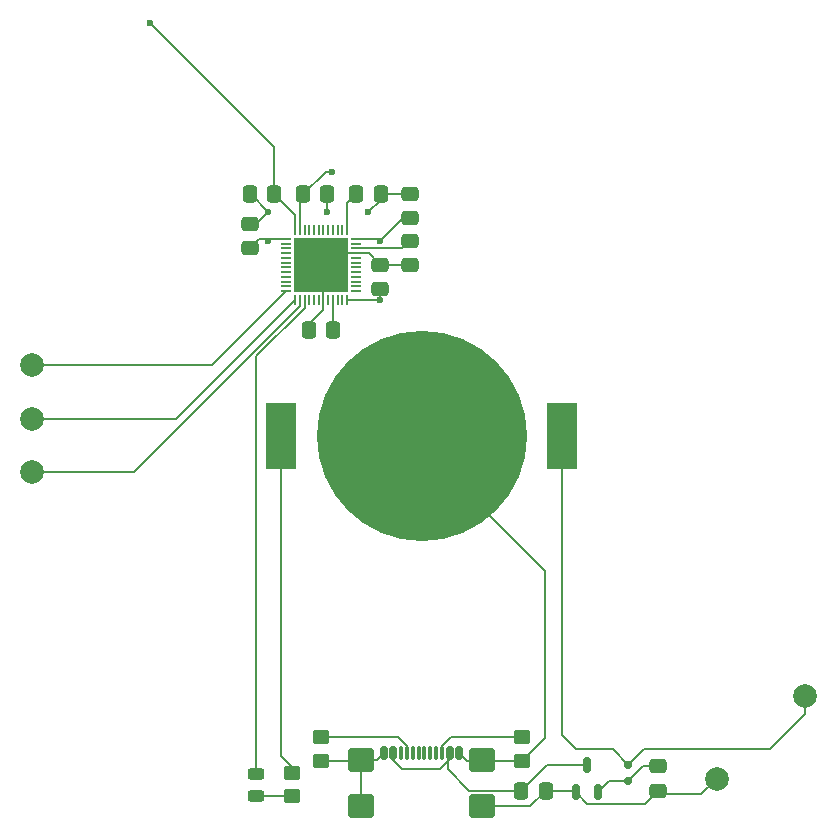
<source format=gbr>
%TF.GenerationSoftware,KiCad,Pcbnew,8.0.3-8.0.3-0~ubuntu24.04.1*%
%TF.CreationDate,2024-06-13T23:21:10+05:00*%
%TF.ProjectId,solartap_mcu_clear_60x60_g400,736f6c61-7274-4617-905f-6d63755f636c,rev?*%
%TF.SameCoordinates,Original*%
%TF.FileFunction,Copper,L1,Top*%
%TF.FilePolarity,Positive*%
%FSLAX46Y46*%
G04 Gerber Fmt 4.6, Leading zero omitted, Abs format (unit mm)*
G04 Created by KiCad (PCBNEW 8.0.3-8.0.3-0~ubuntu24.04.1) date 2024-06-13 23:21:10*
%MOMM*%
%LPD*%
G01*
G04 APERTURE LIST*
G04 Aperture macros list*
%AMRoundRect*
0 Rectangle with rounded corners*
0 $1 Rounding radius*
0 $2 $3 $4 $5 $6 $7 $8 $9 X,Y pos of 4 corners*
0 Add a 4 corners polygon primitive as box body*
4,1,4,$2,$3,$4,$5,$6,$7,$8,$9,$2,$3,0*
0 Add four circle primitives for the rounded corners*
1,1,$1+$1,$2,$3*
1,1,$1+$1,$4,$5*
1,1,$1+$1,$6,$7*
1,1,$1+$1,$8,$9*
0 Add four rect primitives between the rounded corners*
20,1,$1+$1,$2,$3,$4,$5,0*
20,1,$1+$1,$4,$5,$6,$7,0*
20,1,$1+$1,$6,$7,$8,$9,0*
20,1,$1+$1,$8,$9,$2,$3,0*%
G04 Aperture macros list end*
%TA.AperFunction,SMDPad,CuDef*%
%ADD10C,2.000000*%
%TD*%
%TA.AperFunction,SMDPad,CuDef*%
%ADD11RoundRect,0.250000X0.475000X-0.337500X0.475000X0.337500X-0.475000X0.337500X-0.475000X-0.337500X0*%
%TD*%
%TA.AperFunction,SMDPad,CuDef*%
%ADD12RoundRect,0.250000X-0.475000X0.337500X-0.475000X-0.337500X0.475000X-0.337500X0.475000X0.337500X0*%
%TD*%
%TA.AperFunction,SMDPad,CuDef*%
%ADD13RoundRect,0.250000X-0.337500X-0.475000X0.337500X-0.475000X0.337500X0.475000X-0.337500X0.475000X0*%
%TD*%
%TA.AperFunction,SMDPad,CuDef*%
%ADD14RoundRect,0.250000X0.450000X-0.350000X0.450000X0.350000X-0.450000X0.350000X-0.450000X-0.350000X0*%
%TD*%
%TA.AperFunction,SMDPad,CuDef*%
%ADD15RoundRect,0.250000X-0.840000X-0.750000X0.840000X-0.750000X0.840000X0.750000X-0.840000X0.750000X0*%
%TD*%
%TA.AperFunction,SMDPad,CuDef*%
%ADD16RoundRect,0.150000X-0.150000X-0.425000X0.150000X-0.425000X0.150000X0.425000X-0.150000X0.425000X0*%
%TD*%
%TA.AperFunction,SMDPad,CuDef*%
%ADD17RoundRect,0.075000X-0.075000X-0.500000X0.075000X-0.500000X0.075000X0.500000X-0.075000X0.500000X0*%
%TD*%
%TA.AperFunction,SMDPad,CuDef*%
%ADD18RoundRect,0.243750X-0.456250X0.243750X-0.456250X-0.243750X0.456250X-0.243750X0.456250X0.243750X0*%
%TD*%
%TA.AperFunction,SMDPad,CuDef*%
%ADD19RoundRect,0.050000X-0.050000X0.350000X-0.050000X-0.350000X0.050000X-0.350000X0.050000X0.350000X0*%
%TD*%
%TA.AperFunction,SMDPad,CuDef*%
%ADD20RoundRect,0.050000X-0.350000X0.050000X-0.350000X-0.050000X0.350000X-0.050000X0.350000X0.050000X0*%
%TD*%
%TA.AperFunction,HeatsinkPad*%
%ADD21R,4.600000X4.600000*%
%TD*%
%TA.AperFunction,SMDPad,CuDef*%
%ADD22RoundRect,0.250000X0.337500X0.475000X-0.337500X0.475000X-0.337500X-0.475000X0.337500X-0.475000X0*%
%TD*%
%TA.AperFunction,SMDPad,CuDef*%
%ADD23RoundRect,0.150000X0.150000X-0.512500X0.150000X0.512500X-0.150000X0.512500X-0.150000X-0.512500X0*%
%TD*%
%TA.AperFunction,SMDPad,CuDef*%
%ADD24RoundRect,0.150000X0.200000X-0.150000X0.200000X0.150000X-0.200000X0.150000X-0.200000X-0.150000X0*%
%TD*%
%TA.AperFunction,SMDPad,CuDef*%
%ADD25R,2.600000X5.560000*%
%TD*%
%TA.AperFunction,SMDPad,CuDef*%
%ADD26C,17.800000*%
%TD*%
%TA.AperFunction,SMDPad,CuDef*%
%ADD27RoundRect,0.250000X-0.450000X0.350000X-0.450000X-0.350000X0.450000X-0.350000X0.450000X0.350000X0*%
%TD*%
%TA.AperFunction,ViaPad*%
%ADD28C,0.600000*%
%TD*%
%TA.AperFunction,Conductor*%
%ADD29C,0.200000*%
%TD*%
G04 APERTURE END LIST*
D10*
%TO.P,TP1,1,1*%
%TO.N,Net-(U1-P0.21{slash}~{RESET})*%
X62000000Y-71500000D03*
%TD*%
D11*
%TO.P,C5,1*%
%TO.N,+3.3V*%
X94000000Y-59037500D03*
%TO.P,C5,2*%
%TO.N,GND*%
X94000000Y-56962500D03*
%TD*%
%TO.P,C4,1*%
%TO.N,+3.3V*%
X80500000Y-61567500D03*
%TO.P,C4,2*%
%TO.N,GND*%
X80500000Y-59492500D03*
%TD*%
D12*
%TO.P,C3,1*%
%TO.N,Net-(U1-DEC4)*%
X94000000Y-60962500D03*
%TO.P,C3,2*%
%TO.N,GND*%
X94000000Y-63037500D03*
%TD*%
D10*
%TO.P,TP2,1,1*%
%TO.N,Net-(U1-SWDCLK)*%
X62000000Y-76000000D03*
%TD*%
D13*
%TO.P,C12,1*%
%TO.N,Net-(U2-IN)*%
X103462500Y-107500000D03*
%TO.P,C12,2*%
%TO.N,GND*%
X105537500Y-107500000D03*
%TD*%
D10*
%TO.P,TP3,1,1*%
%TO.N,Net-(U1-SWDIO)*%
X62000000Y-80500000D03*
%TD*%
D12*
%TO.P,C13,1*%
%TO.N,Net-(D2-A)*%
X115000000Y-105462500D03*
%TO.P,C13,2*%
%TO.N,GND*%
X115000000Y-107537500D03*
%TD*%
D14*
%TO.P,R1,1*%
%TO.N,Net-(D1-A)*%
X84000000Y-108000000D03*
%TO.P,R1,2*%
%TO.N,+3.3V*%
X84000000Y-106000000D03*
%TD*%
D13*
%TO.P,C10,1*%
%TO.N,GND*%
X80462500Y-57030000D03*
%TO.P,C10,2*%
%TO.N,Net-(U1-NFC1{slash}P0.09)*%
X82537500Y-57030000D03*
%TD*%
%TO.P,C11,1*%
%TO.N,Net-(U1-NFC1{slash}P0.09)*%
X84962500Y-57030000D03*
%TO.P,C11,2*%
%TO.N,GND*%
X87037500Y-57030000D03*
%TD*%
D10*
%TO.P,TP6,1,1*%
%TO.N,GND*%
X120000000Y-106500000D03*
%TD*%
D15*
%TO.P,J1,S1,SHIELD*%
%TO.N,GND*%
X100110000Y-108825000D03*
X100110000Y-104895000D03*
X89890000Y-108825000D03*
X89890000Y-104895000D03*
D16*
%TO.P,J1,B12,GND*%
X91800000Y-104320000D03*
%TO.P,J1,B9,VBUS*%
%TO.N,Net-(U2-IN)*%
X92600000Y-104320000D03*
D17*
%TO.P,J1,B8,SBU2*%
%TO.N,unconnected-(J1-SBU2-PadB8)*%
X93250000Y-104320000D03*
%TO.P,J1,B7,D-*%
%TO.N,unconnected-(J1-D--PadB7)*%
X94250000Y-104320000D03*
%TO.P,J1,B6,D+*%
%TO.N,unconnected-(J1-D+-PadB6)*%
X95750000Y-104320000D03*
%TO.P,J1,B5,CC2*%
%TO.N,Net-(J1-CC2)*%
X96750000Y-104320000D03*
D16*
%TO.P,J1,B4,VBUS*%
%TO.N,Net-(U2-IN)*%
X97400000Y-104320000D03*
%TO.P,J1,B1,GND*%
%TO.N,GND*%
X98200000Y-104320000D03*
%TO.P,J1,A12,GND*%
X98200000Y-104320000D03*
%TO.P,J1,A9,VBUS*%
%TO.N,Net-(U2-IN)*%
X97400000Y-104320000D03*
D17*
%TO.P,J1,A8,SBU1*%
%TO.N,unconnected-(J1-SBU1-PadA8)*%
X96250000Y-104320000D03*
%TO.P,J1,A7,D-*%
%TO.N,unconnected-(J1-D--PadA7)*%
X95250000Y-104320000D03*
%TO.P,J1,A6,D+*%
%TO.N,unconnected-(J1-D+-PadA6)*%
X94750000Y-104320000D03*
%TO.P,J1,A5,CC1*%
%TO.N,Net-(J1-CC1)*%
X93750000Y-104320000D03*
D16*
%TO.P,J1,A4,VBUS*%
%TO.N,Net-(U2-IN)*%
X92600000Y-104320000D03*
%TO.P,J1,A1,GND*%
%TO.N,GND*%
X91800000Y-104320000D03*
%TD*%
D18*
%TO.P,D1,1,K*%
%TO.N,Net-(D1-K)*%
X81000000Y-106062500D03*
%TO.P,D1,2,A*%
%TO.N,Net-(D1-A)*%
X81000000Y-107937500D03*
%TD*%
D19*
%TO.P,U1,1,DEC1*%
%TO.N,Net-(U1-DEC1)*%
X88700000Y-60050000D03*
%TO.P,U1,2,P0.00/XL1*%
%TO.N,unconnected-(U1-P0.00{slash}XL1-Pad2)*%
X88300000Y-60050000D03*
%TO.P,U1,3,P0.01/XL2*%
%TO.N,unconnected-(U1-P0.01{slash}XL2-Pad3)*%
X87900000Y-60050000D03*
%TO.P,U1,4,P0.02/AIN0*%
%TO.N,unconnected-(U1-P0.02{slash}AIN0-Pad4)*%
X87500000Y-60050000D03*
%TO.P,U1,5,P0.03/AIN1*%
%TO.N,unconnected-(U1-P0.03{slash}AIN1-Pad5)*%
X87100000Y-60050000D03*
%TO.P,U1,6,P0.04/AIN2*%
%TO.N,unconnected-(U1-P0.04{slash}AIN2-Pad6)*%
X86700000Y-60050000D03*
%TO.P,U1,7,P0.05/AIN3*%
%TO.N,unconnected-(U1-P0.05{slash}AIN3-Pad7)*%
X86300000Y-60050000D03*
%TO.P,U1,8,P0.06*%
%TO.N,unconnected-(U1-P0.06-Pad8)*%
X85900000Y-60050000D03*
%TO.P,U1,9,P0.07*%
%TO.N,unconnected-(U1-P0.07-Pad9)*%
X85500000Y-60050000D03*
%TO.P,U1,10,P0.08*%
%TO.N,unconnected-(U1-P0.08-Pad10)*%
X85100000Y-60050000D03*
%TO.P,U1,11,NFC1/P0.09*%
%TO.N,Net-(U1-NFC1{slash}P0.09)*%
X84700000Y-60050000D03*
%TO.P,U1,12,NFC2/P0.10*%
X84300000Y-60050000D03*
D20*
%TO.P,U1,13,VDD*%
%TO.N,+3.3V*%
X83550000Y-60800000D03*
%TO.P,U1,14,P0.11*%
%TO.N,unconnected-(U1-P0.11-Pad14)*%
X83550000Y-61200000D03*
%TO.P,U1,15,P0.12*%
%TO.N,unconnected-(U1-P0.12-Pad15)*%
X83550000Y-61600000D03*
%TO.P,U1,16,P0.13*%
%TO.N,unconnected-(U1-P0.13-Pad16)*%
X83550000Y-62000000D03*
%TO.P,U1,17,P0.14*%
%TO.N,unconnected-(U1-P0.14-Pad17)*%
X83550000Y-62400000D03*
%TO.P,U1,18,P0.15*%
%TO.N,unconnected-(U1-P0.15-Pad18)*%
X83550000Y-62800000D03*
%TO.P,U1,19,P0.16*%
%TO.N,unconnected-(U1-P0.16-Pad19)*%
X83550000Y-63200000D03*
%TO.P,U1,20,P0.17*%
%TO.N,unconnected-(U1-P0.17-Pad20)*%
X83550000Y-63600000D03*
%TO.P,U1,21,P0.18/SWO*%
%TO.N,unconnected-(U1-P0.18{slash}SWO-Pad21)*%
X83550000Y-64000000D03*
%TO.P,U1,22,P0.19*%
%TO.N,unconnected-(U1-P0.19-Pad22)*%
X83550000Y-64400000D03*
%TO.P,U1,23,P0.20*%
%TO.N,unconnected-(U1-P0.20-Pad23)*%
X83550000Y-64800000D03*
%TO.P,U1,24,P0.21/~{RESET}*%
%TO.N,Net-(U1-P0.21{slash}~{RESET})*%
X83550000Y-65200000D03*
D19*
%TO.P,U1,25,SWDCLK*%
%TO.N,Net-(U1-SWDCLK)*%
X84300000Y-65950000D03*
%TO.P,U1,26,SWDIO*%
%TO.N,Net-(U1-SWDIO)*%
X84700000Y-65950000D03*
%TO.P,U1,27,P0.22*%
%TO.N,Net-(D1-K)*%
X85100000Y-65950000D03*
%TO.P,U1,28,P0.23*%
%TO.N,unconnected-(U1-P0.23-Pad28)*%
X85500000Y-65950000D03*
%TO.P,U1,29,P0.24*%
%TO.N,unconnected-(U1-P0.24-Pad29)*%
X85900000Y-65950000D03*
%TO.P,U1,30,ANT*%
%TO.N,unconnected-(U1-ANT-Pad30)*%
X86300000Y-65950000D03*
%TO.P,U1,31,VSS*%
%TO.N,GND*%
X86700000Y-65950000D03*
%TO.P,U1,32,DEC2*%
%TO.N,unconnected-(U1-DEC2-Pad32)*%
X87100000Y-65950000D03*
%TO.P,U1,33,DEC3*%
%TO.N,Net-(U1-DEC3)*%
X87500000Y-65950000D03*
%TO.P,U1,34,XC1*%
%TO.N,unconnected-(U1-XC1-Pad34)*%
X87900000Y-65950000D03*
%TO.P,U1,35,XC2*%
%TO.N,unconnected-(U1-XC2-Pad35)*%
X88300000Y-65950000D03*
%TO.P,U1,36,VDD*%
%TO.N,+3.3V*%
X88700000Y-65950000D03*
D20*
%TO.P,U1,37,P0.25*%
%TO.N,unconnected-(U1-P0.25-Pad37)*%
X89450000Y-65200000D03*
%TO.P,U1,38,P0.26*%
%TO.N,unconnected-(U1-P0.26-Pad38)*%
X89450000Y-64800000D03*
%TO.P,U1,39,P0.27*%
%TO.N,unconnected-(U1-P0.27-Pad39)*%
X89450000Y-64400000D03*
%TO.P,U1,40,P0.28/AIN4*%
%TO.N,unconnected-(U1-P0.28{slash}AIN4-Pad40)*%
X89450000Y-64000000D03*
%TO.P,U1,41,P0.29/AIN5*%
%TO.N,unconnected-(U1-P0.29{slash}AIN5-Pad41)*%
X89450000Y-63600000D03*
%TO.P,U1,42,P0.30/AIN6*%
%TO.N,unconnected-(U1-P0.30{slash}AIN6-Pad42)*%
X89450000Y-63200000D03*
%TO.P,U1,43,P0.31/AIN7*%
%TO.N,unconnected-(U1-P0.31{slash}AIN7-Pad43)*%
X89450000Y-62800000D03*
%TO.P,U1,44,NC*%
%TO.N,unconnected-(U1-NC-Pad44)*%
X89450000Y-62400000D03*
%TO.P,U1,45,VSS*%
%TO.N,GND*%
X89450000Y-62000000D03*
%TO.P,U1,46,DEC4*%
%TO.N,Net-(U1-DEC4)*%
X89450000Y-61600000D03*
%TO.P,U1,47,DCC*%
%TO.N,unconnected-(U1-DCC-Pad47)*%
X89450000Y-61200000D03*
%TO.P,U1,48,VDD*%
%TO.N,+3.3V*%
X89450000Y-60800000D03*
D21*
%TO.P,U1,49,VSS*%
%TO.N,GND*%
X86500000Y-63000000D03*
%TD*%
D11*
%TO.P,C6,1*%
%TO.N,+3.3V*%
X91500000Y-65037500D03*
%TO.P,C6,2*%
%TO.N,GND*%
X91500000Y-62962500D03*
%TD*%
D22*
%TO.P,C2,1*%
%TO.N,Net-(U1-DEC3)*%
X87537500Y-68500000D03*
%TO.P,C2,2*%
%TO.N,GND*%
X85462500Y-68500000D03*
%TD*%
D10*
%TO.P,TP5,1,1*%
%TO.N,+3.3V*%
X127500000Y-99500000D03*
%TD*%
D23*
%TO.P,U2,3,IN*%
%TO.N,Net-(U2-IN)*%
X109000000Y-105362500D03*
%TO.P,U2,2,OUT*%
%TO.N,Net-(D2-A)*%
X109950000Y-107637500D03*
%TO.P,U2,1,GND*%
%TO.N,GND*%
X108050000Y-107637500D03*
%TD*%
D24*
%TO.P,D2,2,A*%
%TO.N,Net-(D2-A)*%
X112500000Y-106700000D03*
%TO.P,D2,1,K*%
%TO.N,+3.3V*%
X112500000Y-105300000D03*
%TD*%
D13*
%TO.P,C1,1*%
%TO.N,Net-(U1-DEC1)*%
X89462500Y-57000000D03*
%TO.P,C1,2*%
%TO.N,GND*%
X91537500Y-57000000D03*
%TD*%
D14*
%TO.P,R2,1*%
%TO.N,GND*%
X86500000Y-105000000D03*
%TO.P,R2,2*%
%TO.N,Net-(J1-CC1)*%
X86500000Y-103000000D03*
%TD*%
D25*
%TO.P,BT1,1,+*%
%TO.N,+3.3V*%
X83095000Y-77500000D03*
X106905000Y-77500000D03*
D26*
%TO.P,BT1,2,-*%
%TO.N,GND*%
X95000000Y-77500000D03*
%TD*%
D27*
%TO.P,R3,1*%
%TO.N,Net-(J1-CC2)*%
X103500000Y-103000000D03*
%TO.P,R3,2*%
%TO.N,GND*%
X103500000Y-105000000D03*
%TD*%
D28*
%TO.N,Net-(U1-NFC1{slash}P0.09)*%
X87400000Y-55100000D03*
X72000000Y-42500000D03*
%TO.N,+3.3V*%
X82000000Y-61000000D03*
X91500000Y-66000000D03*
X91500000Y-61000000D03*
X83000000Y-76500000D03*
X107000000Y-76500000D03*
%TO.N,GND*%
X88000000Y-61500000D03*
X100000000Y-105000000D03*
X92000000Y-71000000D03*
X88000000Y-64500000D03*
X100000000Y-109000000D03*
X87000000Y-58500000D03*
X90500000Y-58500000D03*
X85000000Y-61500000D03*
X82000000Y-58500000D03*
%TD*%
D29*
%TO.N,Net-(U1-NFC1{slash}P0.09)*%
X87400000Y-54900000D02*
X87400000Y-55100000D01*
X87400000Y-55100000D02*
X86892500Y-55100000D01*
X86892500Y-55100000D02*
X84962500Y-57030000D01*
%TO.N,Net-(U1-P0.21{slash}~{RESET})*%
X83550000Y-65200000D02*
X77250000Y-71500000D01*
X77250000Y-71500000D02*
X62000000Y-71500000D01*
%TO.N,Net-(U1-SWDCLK)*%
X84300000Y-65950000D02*
X74250000Y-76000000D01*
X74250000Y-76000000D02*
X62000000Y-76000000D01*
%TO.N,Net-(U1-SWDIO)*%
X84700000Y-65950000D02*
X84700000Y-66446360D01*
X84700000Y-66446360D02*
X70646360Y-80500000D01*
X70646360Y-80500000D02*
X62000000Y-80500000D01*
%TO.N,+3.3V*%
X127500000Y-99500000D02*
X127500000Y-101000000D01*
X127500000Y-101000000D02*
X124500000Y-104000000D01*
X124500000Y-104000000D02*
X113800000Y-104000000D01*
X113800000Y-104000000D02*
X112500000Y-105300000D01*
%TO.N,Net-(D1-K)*%
X81000000Y-70712046D02*
X81000000Y-106062500D01*
%TO.N,+3.3V*%
X84000000Y-106000000D02*
X84000000Y-105500000D01*
X84000000Y-105500000D02*
X83095000Y-104595000D01*
X83095000Y-104595000D02*
X83095000Y-77500000D01*
X106905000Y-77500000D02*
X106905000Y-102805000D01*
X106905000Y-102805000D02*
X108100000Y-104000000D01*
X111200000Y-104000000D02*
X112500000Y-105300000D01*
X108100000Y-104000000D02*
X111200000Y-104000000D01*
%TO.N,GND*%
X105434314Y-88934314D02*
X105434314Y-103065686D01*
X105434314Y-103065686D02*
X103500000Y-105000000D01*
%TO.N,Net-(U1-NFC1{slash}P0.09)*%
X82537500Y-57030000D02*
X82537500Y-53037500D01*
X82537500Y-53037500D02*
X72000000Y-42500000D01*
%TO.N,+3.3V*%
X91500000Y-66000000D02*
X91500000Y-65037500D01*
X81800000Y-60800000D02*
X81267500Y-60800000D01*
X93462500Y-59037500D02*
X94000000Y-59037500D01*
X83550000Y-60800000D02*
X82200000Y-60800000D01*
X81267500Y-60800000D02*
X80500000Y-61567500D01*
X91450000Y-65950000D02*
X91500000Y-66000000D01*
X91500000Y-66000000D02*
X91550000Y-65950000D01*
X82000000Y-61000000D02*
X81800000Y-60800000D01*
X91500000Y-61000000D02*
X93462500Y-59037500D01*
X91300000Y-60800000D02*
X89450000Y-60800000D01*
X91500000Y-61000000D02*
X91300000Y-60800000D01*
X82200000Y-60800000D02*
X82000000Y-61000000D01*
X88700000Y-65950000D02*
X91450000Y-65950000D01*
%TO.N,GND*%
X81007500Y-59492500D02*
X82000000Y-58500000D01*
X91537500Y-57462500D02*
X90500000Y-58500000D01*
X99535000Y-104320000D02*
X100000000Y-105000000D01*
X100215000Y-105000000D02*
X100110000Y-104895000D01*
X115800000Y-107800000D02*
X118700000Y-107800000D01*
X103500000Y-105000000D02*
X100215000Y-105000000D01*
X113937500Y-108600000D02*
X115000000Y-107537500D01*
X82000000Y-58500000D02*
X80530000Y-57030000D01*
X105537500Y-107500000D02*
X107912500Y-107500000D01*
X86700000Y-66800000D02*
X85462500Y-68037500D01*
X95000000Y-78500000D02*
X105434314Y-88934314D01*
X115000000Y-107537500D02*
X115537500Y-107537500D01*
X91225000Y-104895000D02*
X91800000Y-104320000D01*
X89785000Y-105000000D02*
X89890000Y-104895000D01*
X80530000Y-57030000D02*
X80462500Y-57030000D01*
X87500000Y-62000000D02*
X86500000Y-63000000D01*
X91537500Y-57000000D02*
X91537500Y-57462500D01*
X89450000Y-62000000D02*
X90537500Y-62000000D01*
X107912500Y-107500000D02*
X108050000Y-107637500D01*
X86500000Y-105000000D02*
X89785000Y-105000000D01*
X109012500Y-108600000D02*
X113937500Y-108600000D01*
X98200000Y-104320000D02*
X98880000Y-105000000D01*
X98880000Y-105000000D02*
X100000000Y-105000000D01*
X89890000Y-104895000D02*
X91225000Y-104895000D01*
X104212500Y-108825000D02*
X105537500Y-107500000D01*
X93962500Y-57000000D02*
X94000000Y-56962500D01*
X87000000Y-58500000D02*
X87037500Y-58462500D01*
X91500000Y-62962500D02*
X93925000Y-62962500D01*
X100110000Y-108825000D02*
X104212500Y-108825000D01*
X90537500Y-62000000D02*
X91500000Y-62962500D01*
X89450000Y-62000000D02*
X87500000Y-62000000D01*
X86700000Y-65950000D02*
X86700000Y-66800000D01*
X108050000Y-107637500D02*
X109012500Y-108600000D01*
X91537500Y-57000000D02*
X91500000Y-57000000D01*
X80500000Y-59492500D02*
X81007500Y-59492500D01*
X89890000Y-108825000D02*
X89890000Y-104895000D01*
X85462500Y-68037500D02*
X85462500Y-69000000D01*
X115537500Y-107537500D02*
X115800000Y-107800000D01*
X91500000Y-57000000D02*
X93962500Y-57000000D01*
X93925000Y-62962500D02*
X94000000Y-63037500D01*
X87037500Y-58462500D02*
X87037500Y-57030000D01*
X100000000Y-109000000D02*
X100110000Y-108825000D01*
X86700000Y-65950000D02*
X86700000Y-63200000D01*
X86700000Y-63200000D02*
X86500000Y-63000000D01*
X85537500Y-69075000D02*
X85462500Y-69000000D01*
X118700000Y-107800000D02*
X120000000Y-106500000D01*
X100000000Y-105000000D02*
X100110000Y-104895000D01*
%TO.N,Net-(U1-DEC1)*%
X88700000Y-57762500D02*
X89462500Y-57000000D01*
X88700000Y-60050000D02*
X88700000Y-57762500D01*
%TO.N,Net-(U1-DEC3)*%
X87500000Y-65950000D02*
X87500000Y-68962500D01*
X87500000Y-68962500D02*
X87537500Y-69000000D01*
%TO.N,Net-(U1-DEC4)*%
X89450000Y-61600000D02*
X93362500Y-61600000D01*
X93362500Y-61600000D02*
X94000000Y-60962500D01*
%TO.N,Net-(U1-NFC1{slash}P0.09)*%
X84300000Y-60050000D02*
X84300000Y-58792500D01*
X84700000Y-57725000D02*
X84700000Y-60050000D01*
X84962500Y-57030000D02*
X84962500Y-57462500D01*
X84962500Y-57462500D02*
X84700000Y-57725000D01*
X84300000Y-58792500D02*
X82537500Y-57030000D01*
%TO.N,Net-(U2-IN)*%
X103462500Y-107500000D02*
X99040406Y-107500000D01*
X92600000Y-104894999D02*
X93379595Y-105674594D01*
X92600000Y-104320000D02*
X92600000Y-104894999D01*
X99040406Y-107500000D02*
X97215000Y-105674594D01*
X97215000Y-105674594D02*
X97215000Y-104505000D01*
X105600000Y-105362500D02*
X103462500Y-107500000D01*
X109000000Y-105362500D02*
X105600000Y-105362500D01*
X97215000Y-104505000D02*
X97400000Y-104320000D01*
X97400000Y-104815000D02*
X97400000Y-104320000D01*
X96540406Y-105674594D02*
X97400000Y-104815000D01*
X93379595Y-105674594D02*
X96540406Y-105674594D01*
%TO.N,Net-(D2-A)*%
X110887500Y-106700000D02*
X112500000Y-106700000D01*
X109950000Y-107637500D02*
X110887500Y-106700000D01*
X113737500Y-105462500D02*
X112500000Y-106700000D01*
X115000000Y-105462500D02*
X113737500Y-105462500D01*
%TO.N,Net-(D1-K)*%
X85100000Y-65950000D02*
X85100000Y-66612046D01*
X85100000Y-66612046D02*
X81000000Y-70712046D01*
%TO.N,Net-(D1-A)*%
X81500000Y-108000000D02*
X84000000Y-108000000D01*
X81437500Y-107937500D02*
X81500000Y-108000000D01*
X81000000Y-107937500D02*
X81437500Y-107937500D01*
X80937500Y-108000000D02*
X81000000Y-107937500D01*
%TO.N,Net-(J1-CC1)*%
X93037410Y-103000000D02*
X93750000Y-103712590D01*
X86500000Y-103000000D02*
X93037410Y-103000000D01*
X93750000Y-103712590D02*
X93750000Y-104320000D01*
%TO.N,Net-(J1-CC2)*%
X97495001Y-103000000D02*
X96750000Y-103745001D01*
X96750000Y-103745001D02*
X96750000Y-104320000D01*
X103500000Y-103000000D02*
X97495001Y-103000000D01*
%TD*%
M02*

</source>
